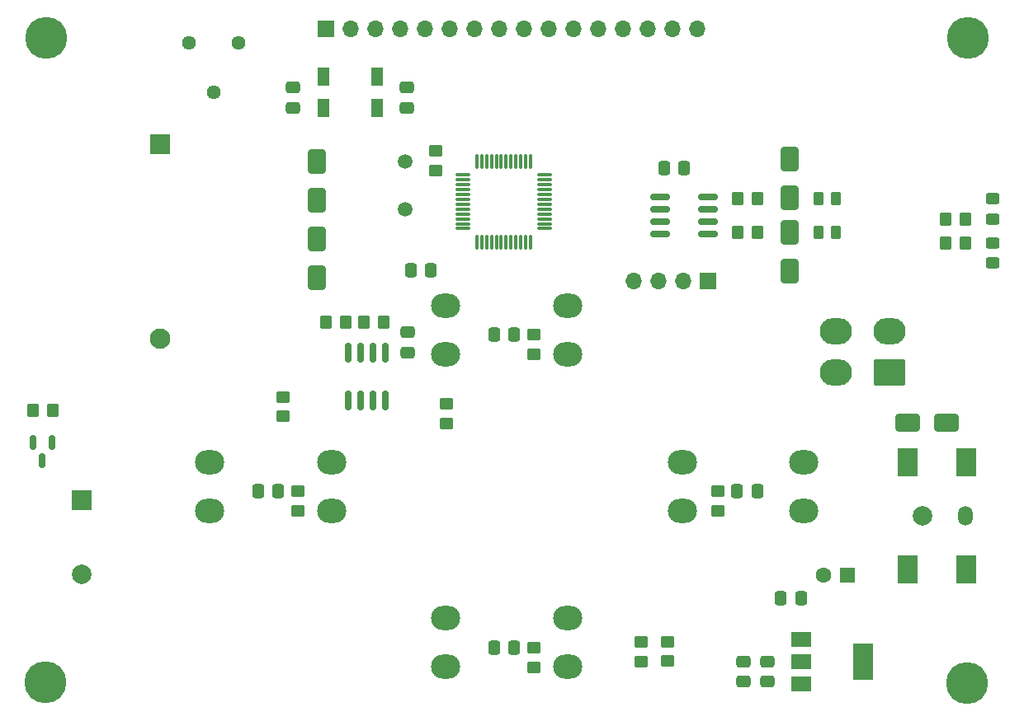
<source format=gbr>
%TF.GenerationSoftware,KiCad,Pcbnew,7.0.9*%
%TF.CreationDate,2024-02-19T11:32:55-03:00*%
%TF.ProjectId,iSTF,69535446-2e6b-4696-9361-645f70636258,rev?*%
%TF.SameCoordinates,Original*%
%TF.FileFunction,Soldermask,Bot*%
%TF.FilePolarity,Negative*%
%FSLAX46Y46*%
G04 Gerber Fmt 4.6, Leading zero omitted, Abs format (unit mm)*
G04 Created by KiCad (PCBNEW 7.0.9) date 2024-02-19 11:32:55*
%MOMM*%
%LPD*%
G01*
G04 APERTURE LIST*
G04 Aperture macros list*
%AMRoundRect*
0 Rectangle with rounded corners*
0 $1 Rounding radius*
0 $2 $3 $4 $5 $6 $7 $8 $9 X,Y pos of 4 corners*
0 Add a 4 corners polygon primitive as box body*
4,1,4,$2,$3,$4,$5,$6,$7,$8,$9,$2,$3,0*
0 Add four circle primitives for the rounded corners*
1,1,$1+$1,$2,$3*
1,1,$1+$1,$4,$5*
1,1,$1+$1,$6,$7*
1,1,$1+$1,$8,$9*
0 Add four rect primitives between the rounded corners*
20,1,$1+$1,$2,$3,$4,$5,0*
20,1,$1+$1,$4,$5,$6,$7,0*
20,1,$1+$1,$6,$7,$8,$9,0*
20,1,$1+$1,$8,$9,$2,$3,0*%
G04 Aperture macros list end*
%ADD10C,4.300000*%
%ADD11O,3.000000X2.500000*%
%ADD12C,1.500000*%
%ADD13RoundRect,0.250000X0.450000X-0.350000X0.450000X0.350000X-0.450000X0.350000X-0.450000X-0.350000X0*%
%ADD14RoundRect,0.250000X0.350000X0.450000X-0.350000X0.450000X-0.350000X-0.450000X0.350000X-0.450000X0*%
%ADD15RoundRect,0.150000X-0.150000X0.587500X-0.150000X-0.587500X0.150000X-0.587500X0.150000X0.587500X0*%
%ADD16R,1.300000X1.900000*%
%ADD17RoundRect,0.250000X-0.350000X-0.450000X0.350000X-0.450000X0.350000X0.450000X-0.350000X0.450000X0*%
%ADD18RoundRect,0.250000X-0.650000X1.000000X-0.650000X-1.000000X0.650000X-1.000000X0.650000X1.000000X0*%
%ADD19RoundRect,0.250000X0.337500X0.475000X-0.337500X0.475000X-0.337500X-0.475000X0.337500X-0.475000X0*%
%ADD20RoundRect,0.075000X-0.662500X-0.075000X0.662500X-0.075000X0.662500X0.075000X-0.662500X0.075000X0*%
%ADD21RoundRect,0.075000X-0.075000X-0.662500X0.075000X-0.662500X0.075000X0.662500X-0.075000X0.662500X0*%
%ADD22RoundRect,0.250000X-0.475000X0.337500X-0.475000X-0.337500X0.475000X-0.337500X0.475000X0.337500X0*%
%ADD23RoundRect,0.250000X0.262500X0.450000X-0.262500X0.450000X-0.262500X-0.450000X0.262500X-0.450000X0*%
%ADD24RoundRect,0.250000X-0.337500X-0.475000X0.337500X-0.475000X0.337500X0.475000X-0.337500X0.475000X0*%
%ADD25C,1.440000*%
%ADD26RoundRect,0.250000X0.650000X-1.000000X0.650000X1.000000X-0.650000X1.000000X-0.650000X-1.000000X0*%
%ADD27R,1.700000X1.700000*%
%ADD28O,1.700000X1.700000*%
%ADD29R,2.000000X1.500000*%
%ADD30R,2.000000X3.800000*%
%ADD31R,1.600000X1.600000*%
%ADD32C,1.600000*%
%ADD33RoundRect,0.250000X1.000000X0.650000X-1.000000X0.650000X-1.000000X-0.650000X1.000000X-0.650000X0*%
%ADD34R,2.100000X2.100000*%
%ADD35C,2.100000*%
%ADD36O,1.500000X2.000000*%
%ADD37C,2.000000*%
%ADD38R,2.000000X3.000000*%
%ADD39RoundRect,0.250001X1.399999X-1.099999X1.399999X1.099999X-1.399999X1.099999X-1.399999X-1.099999X0*%
%ADD40O,3.300000X2.700000*%
%ADD41RoundRect,0.150000X-0.825000X-0.150000X0.825000X-0.150000X0.825000X0.150000X-0.825000X0.150000X0*%
%ADD42R,2.000000X2.000000*%
%ADD43RoundRect,0.250000X-0.450000X0.350000X-0.450000X-0.350000X0.450000X-0.350000X0.450000X0.350000X0*%
%ADD44RoundRect,0.250000X0.475000X-0.337500X0.475000X0.337500X-0.475000X0.337500X-0.475000X-0.337500X0*%
%ADD45RoundRect,0.250000X-0.450000X0.325000X-0.450000X-0.325000X0.450000X-0.325000X0.450000X0.325000X0*%
%ADD46RoundRect,0.150000X0.150000X-0.825000X0.150000X0.825000X-0.150000X0.825000X-0.150000X-0.825000X0*%
%ADD47RoundRect,0.250000X0.450000X-0.325000X0.450000X0.325000X-0.450000X0.325000X-0.450000X-0.325000X0*%
G04 APERTURE END LIST*
D10*
%TO.C,H4*%
X196200000Y-133100000D03*
%TD*%
D11*
%TO.C,SW4*%
X142700000Y-126462111D03*
X155200000Y-126462111D03*
X142700000Y-131462111D03*
X155200000Y-131462111D03*
%TD*%
D10*
%TO.C,H3*%
X101600000Y-133000000D03*
%TD*%
D11*
%TO.C,SW1*%
X166950000Y-110402111D03*
X179450000Y-110402111D03*
X166950000Y-115402111D03*
X179450000Y-115402111D03*
%TD*%
D10*
%TO.C,H2*%
X196300000Y-66800000D03*
%TD*%
D11*
%TO.C,SW2*%
X118470000Y-110392111D03*
X130970000Y-110392111D03*
X118470000Y-115392111D03*
X130970000Y-115392111D03*
%TD*%
D10*
%TO.C,H1*%
X101700000Y-66800000D03*
%TD*%
D12*
%TO.C,Y1*%
X138530000Y-79532111D03*
X138530000Y-84412111D03*
%TD*%
D11*
%TO.C,SW3*%
X142700000Y-94332111D03*
X155200000Y-94332111D03*
X142700000Y-99332111D03*
X155200000Y-99332111D03*
%TD*%
D13*
%TO.C,R1*%
X141610000Y-80462111D03*
X141610000Y-78462111D03*
%TD*%
D14*
%TO.C,R14*%
X102350000Y-105082111D03*
X100350000Y-105082111D03*
%TD*%
D15*
%TO.C,Q1*%
X100350000Y-108394611D03*
X102250000Y-108394611D03*
X101300000Y-110269611D03*
%TD*%
D16*
%TO.C,Y2*%
X135610000Y-74032111D03*
X130110000Y-74032111D03*
X130110000Y-70832111D03*
X135610000Y-70832111D03*
%TD*%
D17*
%TO.C,R3*%
X194000000Y-87925000D03*
X196000000Y-87925000D03*
%TD*%
%TO.C,R13*%
X134300000Y-96042111D03*
X136300000Y-96042111D03*
%TD*%
D18*
%TO.C,D8*%
X178000000Y-79292111D03*
X178000000Y-83292111D03*
%TD*%
D13*
%TO.C,R4*%
X165440000Y-130872111D03*
X165440000Y-128872111D03*
%TD*%
D19*
%TO.C,C16*%
X174667500Y-113422111D03*
X172592500Y-113422111D03*
%TD*%
D20*
%TO.C,U2*%
X144467500Y-86420388D03*
X144467500Y-85920388D03*
X144467500Y-85420388D03*
X144467500Y-84920388D03*
X144467500Y-84420388D03*
X144467500Y-83920388D03*
X144467500Y-83420388D03*
X144467500Y-82920388D03*
X144467500Y-82420388D03*
X144467500Y-81920388D03*
X144467500Y-81420388D03*
X144467500Y-80920388D03*
D21*
X145880000Y-79507888D03*
X146380000Y-79507888D03*
X146880000Y-79507888D03*
X147380000Y-79507888D03*
X147880000Y-79507888D03*
X148380000Y-79507888D03*
X148880000Y-79507888D03*
X149380000Y-79507888D03*
X149880000Y-79507888D03*
X150380000Y-79507888D03*
X150880000Y-79507888D03*
X151380000Y-79507888D03*
D20*
X152792500Y-80920388D03*
X152792500Y-81420388D03*
X152792500Y-81920388D03*
X152792500Y-82420388D03*
X152792500Y-82920388D03*
X152792500Y-83420388D03*
X152792500Y-83920388D03*
X152792500Y-84420388D03*
X152792500Y-84920388D03*
X152792500Y-85420388D03*
X152792500Y-85920388D03*
X152792500Y-86420388D03*
D21*
X151380000Y-87832888D03*
X150880000Y-87832888D03*
X150380000Y-87832888D03*
X149880000Y-87832888D03*
X149380000Y-87832888D03*
X148880000Y-87832888D03*
X148380000Y-87832888D03*
X147880000Y-87832888D03*
X147380000Y-87832888D03*
X146880000Y-87832888D03*
X146380000Y-87832888D03*
X145880000Y-87832888D03*
%TD*%
D22*
%TO.C,C14*%
X126970000Y-71914611D03*
X126970000Y-73989611D03*
%TD*%
D23*
%TO.C,TH1*%
X182752500Y-86792111D03*
X180927500Y-86792111D03*
%TD*%
D24*
%TO.C,C19*%
X147662500Y-129472111D03*
X149737500Y-129472111D03*
%TD*%
D25*
%TO.C,RV1*%
X121400000Y-67300000D03*
X118860000Y-72380000D03*
X116320000Y-67300000D03*
%TD*%
D26*
%TO.C,D6*%
X178000000Y-90802111D03*
X178000000Y-86802111D03*
%TD*%
D27*
%TO.C,J4*%
X130400000Y-65907888D03*
D28*
X132940000Y-65907888D03*
X135480000Y-65907888D03*
X138020000Y-65907888D03*
X140560000Y-65907888D03*
X143100000Y-65907888D03*
X145640000Y-65907888D03*
X148180000Y-65907888D03*
X150720000Y-65907888D03*
X153260000Y-65907888D03*
X155800000Y-65907888D03*
X158340000Y-65907888D03*
X160880000Y-65907888D03*
X163420000Y-65907888D03*
X165960000Y-65907888D03*
X168500000Y-65907888D03*
%TD*%
D24*
%TO.C,C17*%
X123442500Y-113402111D03*
X125517500Y-113402111D03*
%TD*%
D14*
%TO.C,R16*%
X174670000Y-83312111D03*
X172670000Y-83312111D03*
%TD*%
%TO.C,R15*%
X174670000Y-86802111D03*
X172670000Y-86802111D03*
%TD*%
D29*
%TO.C,U3*%
X179190000Y-133202111D03*
X179190000Y-130902111D03*
D30*
X185490000Y-130902111D03*
D29*
X179190000Y-128602111D03*
%TD*%
D31*
%TO.C,C1*%
X183905113Y-122000000D03*
D32*
X181405113Y-122000000D03*
%TD*%
D33*
%TO.C,D1*%
X194100000Y-106400000D03*
X190100000Y-106400000D03*
%TD*%
D27*
%TO.C,J1*%
X169630000Y-91822111D03*
D28*
X167090000Y-91822111D03*
X164550000Y-91822111D03*
X162010000Y-91822111D03*
%TD*%
D17*
%TO.C,R2*%
X194000000Y-85425000D03*
X196000000Y-85425000D03*
%TD*%
D26*
%TO.C,D2*%
X129500000Y-83499611D03*
X129500000Y-79499611D03*
%TD*%
D34*
%TO.C,J3*%
X113400000Y-77710914D03*
D35*
X113400000Y-97710914D03*
%TD*%
D36*
%TO.C,J5*%
X196000000Y-115900000D03*
D37*
X191600000Y-115900000D03*
D38*
X196100000Y-110400000D03*
X190100000Y-110400000D03*
X190100000Y-121400000D03*
X196100000Y-121400000D03*
%TD*%
D18*
%TO.C,D3*%
X129460000Y-87492111D03*
X129460000Y-91492111D03*
%TD*%
D13*
%TO.C,R7*%
X127490000Y-115392111D03*
X127490000Y-113392111D03*
%TD*%
D39*
%TO.C,J2*%
X188250000Y-101200000D03*
D40*
X188250000Y-97000000D03*
X182750000Y-101200000D03*
X182750000Y-97000000D03*
%TD*%
D13*
%TO.C,R8*%
X142720000Y-106432111D03*
X142720000Y-104432111D03*
%TD*%
D41*
%TO.C,U5*%
X164665000Y-86937111D03*
X164665000Y-85667111D03*
X164665000Y-84397111D03*
X164665000Y-83127111D03*
X169615000Y-83127111D03*
X169615000Y-84397111D03*
X169615000Y-85667111D03*
X169615000Y-86937111D03*
%TD*%
D42*
%TO.C,BZ1*%
X105300000Y-114332111D03*
D37*
X105300000Y-121932111D03*
%TD*%
D22*
%TO.C,C20*%
X138740000Y-97084611D03*
X138740000Y-99159611D03*
%TD*%
D43*
%TO.C,R6*%
X126000000Y-103700000D03*
X126000000Y-105700000D03*
%TD*%
D24*
%TO.C,C2*%
X177062500Y-124400000D03*
X179137500Y-124400000D03*
%TD*%
D44*
%TO.C,C4*%
X173210000Y-132969611D03*
X173210000Y-130894611D03*
%TD*%
D22*
%TO.C,C13*%
X138720000Y-71934611D03*
X138720000Y-74009611D03*
%TD*%
D13*
%TO.C,R5*%
X170640000Y-115412111D03*
X170640000Y-113412111D03*
%TD*%
D44*
%TO.C,C3*%
X175690000Y-132979611D03*
X175690000Y-130904611D03*
%TD*%
D45*
%TO.C,D4*%
X198800000Y-83375000D03*
X198800000Y-85425000D03*
%TD*%
D23*
%TO.C,TH2*%
X182732500Y-83302111D03*
X180907500Y-83302111D03*
%TD*%
D14*
%TO.C,R12*%
X132420000Y-96042111D03*
X130420000Y-96042111D03*
%TD*%
D13*
%TO.C,R10*%
X162720000Y-130912111D03*
X162720000Y-128912111D03*
%TD*%
%TO.C,R9*%
X151700000Y-99342111D03*
X151700000Y-97342111D03*
%TD*%
D46*
%TO.C,U1*%
X136505000Y-104117111D03*
X135235000Y-104117111D03*
X133965000Y-104117111D03*
X132695000Y-104117111D03*
X132695000Y-99167111D03*
X133965000Y-99167111D03*
X135235000Y-99167111D03*
X136505000Y-99167111D03*
%TD*%
D24*
%TO.C,C18*%
X147662500Y-97342111D03*
X149737500Y-97342111D03*
%TD*%
D47*
%TO.C,D5*%
X198800000Y-89950000D03*
X198800000Y-87900000D03*
%TD*%
D24*
%TO.C,C15*%
X139102500Y-90742111D03*
X141177500Y-90742111D03*
%TD*%
%TO.C,C10*%
X165102500Y-80242111D03*
X167177500Y-80242111D03*
%TD*%
D13*
%TO.C,R11*%
X151700000Y-131472111D03*
X151700000Y-129472111D03*
%TD*%
M02*

</source>
